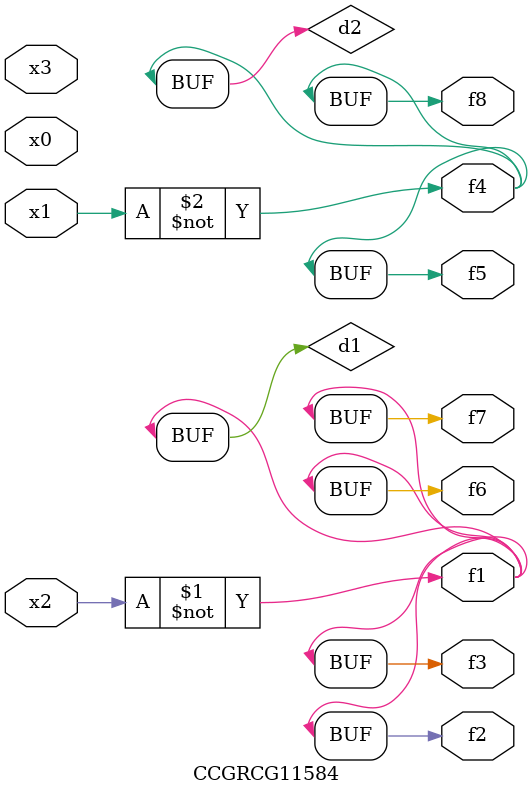
<source format=v>
module CCGRCG11584(
	input x0, x1, x2, x3,
	output f1, f2, f3, f4, f5, f6, f7, f8
);

	wire d1, d2;

	xnor (d1, x2);
	not (d2, x1);
	assign f1 = d1;
	assign f2 = d1;
	assign f3 = d1;
	assign f4 = d2;
	assign f5 = d2;
	assign f6 = d1;
	assign f7 = d1;
	assign f8 = d2;
endmodule

</source>
